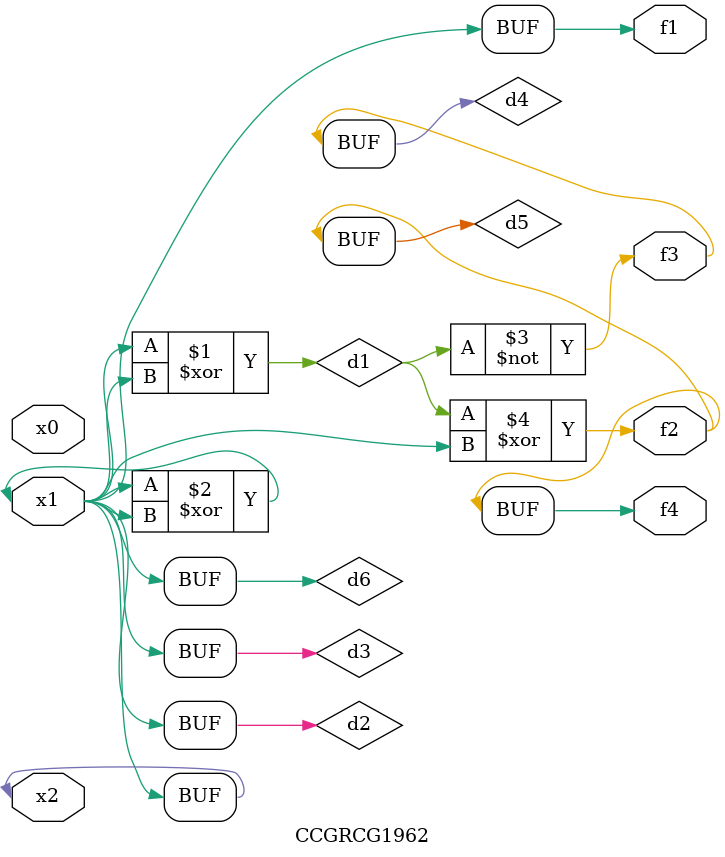
<source format=v>
module CCGRCG1962(
	input x0, x1, x2,
	output f1, f2, f3, f4
);

	wire d1, d2, d3, d4, d5, d6;

	xor (d1, x1, x2);
	buf (d2, x1, x2);
	xor (d3, x1, x2);
	nor (d4, d1);
	xor (d5, d1, d2);
	buf (d6, d2, d3);
	assign f1 = d6;
	assign f2 = d5;
	assign f3 = d4;
	assign f4 = d5;
endmodule

</source>
